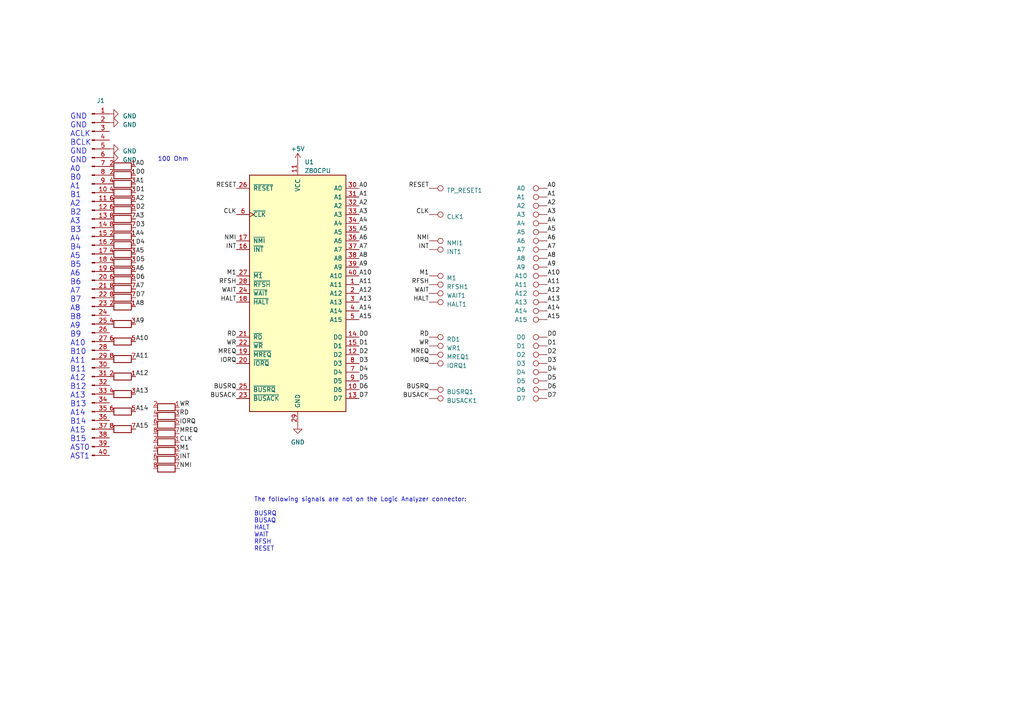
<source format=kicad_sch>
(kicad_sch (version 20230121) (generator eeschema)
  (paper "A4")
  (lib_symbols
    (symbol "CPU:Z80CPU" (pin_names (offset 1.016))
      (property "Reference" "U" (at -13.97 35.56 0))
      (property "Value" "Z80CPU" (at 6.35 35.56 0))
      (symbol "Z80CPU_0_1"
        (rectangle (start -13.97 34.29) (end 13.97 -34.29) (stroke (width 0.254)) (fill (type background)))
      )
      (symbol "Z80CPU_1_1"
        (pin output line (at 17.78 2.54 180) (length 3.81) (name "A11") (number "1"))
        (pin bidirectional line (at 17.78 -27.94 180) (length 3.81) (name "D6") (number "10"))
        (pin power_in line (at 0 38.1 270) (length 3.81) (name "VCC") (number "11"))
        (pin bidirectional line (at 17.78 -17.78 180) (length 3.81) (name "D2") (number "12"))
        (pin bidirectional line (at 17.78 -30.48 180) (length 3.81) (name "D7") (number "13"))
        (pin bidirectional line (at 17.78 -12.7 180) (length 3.81) (name "D0") (number "14"))
        (pin bidirectional line (at 17.78 -15.24 180) (length 3.81) (name "D1") (number "15"))
        (pin input line (at -17.78 12.7 0) (length 3.81) (name "~{INT}") (number "16"))
        (pin input line (at -17.78 15.24 0) (length 3.81) (name "~{NMI}") (number "17"))
        (pin output line (at -17.78 -2.54 0) (length 3.81) (name "~{HALT}") (number "18"))
        (pin output line (at -17.78 -17.78 0) (length 3.81) (name "~{MREQ}") (number "19"))
        (pin output line (at 17.78 0 180) (length 3.81) (name "A12") (number "2"))
        (pin output line (at -17.78 -20.32 0) (length 3.81) (name "~{IORQ}") (number "20"))
        (pin output line (at -17.78 -12.7 0) (length 3.81) (name "~{RD}") (number "21"))
        (pin output line (at -17.78 -15.24 0) (length 3.81) (name "~{WR}") (number "22"))
        (pin output line (at -17.78 -30.48 0) (length 3.81) (name "~{BUSACK}") (number "23"))
        (pin input line (at -17.78 0 0) (length 3.81) (name "~{WAIT}") (number "24"))
        (pin input line (at -17.78 -27.94 0) (length 3.81) (name "~{BUSRQ}") (number "25"))
        (pin input line (at -17.78 30.48 0) (length 3.81) (name "~{RESET}") (number "26"))
        (pin output line (at -17.78 5.08 0) (length 3.81) (name "~{M1}") (number "27"))
        (pin output line (at -17.78 2.54 0) (length 3.81) (name "~{RFSH}") (number "28"))
        (pin power_in line (at 0 -38.1 90) (length 3.81) (name "GND") (number "29"))
        (pin output line (at 17.78 -2.54 180) (length 3.81) (name "A13") (number "3"))
        (pin output line (at 17.78 30.48 180) (length 3.81) (name "A0") (number "30"))
        (pin output line (at 17.78 27.94 180) (length 3.81) (name "A1") (number "31"))
        (pin output line (at 17.78 25.4 180) (length 3.81) (name "A2") (number "32"))
        (pin output line (at 17.78 22.86 180) (length 3.81) (name "A3") (number "33"))
        (pin output line (at 17.78 20.32 180) (length 3.81) (name "A4") (number "34"))
        (pin output line (at 17.78 17.78 180) (length 3.81) (name "A5") (number "35"))
        (pin output line (at 17.78 15.24 180) (length 3.81) (name "A6") (number "36"))
        (pin output line (at 17.78 12.7 180) (length 3.81) (name "A7") (number "37"))
        (pin output line (at 17.78 10.16 180) (length 3.81) (name "A8") (number "38"))
        (pin output line (at 17.78 7.62 180) (length 3.81) (name "A9") (number "39"))
        (pin output line (at 17.78 -5.08 180) (length 3.81) (name "A14") (number "4"))
        (pin output line (at 17.78 5.08 180) (length 3.81) (name "A10") (number "40"))
        (pin output line (at 17.78 -7.62 180) (length 3.81) (name "A15") (number "5"))
        (pin input clock (at -17.78 22.86 0) (length 3.81) (name "~{CLK}") (number "6"))
        (pin bidirectional line (at 17.78 -22.86 180) (length 3.81) (name "D4") (number "7"))
        (pin bidirectional line (at 17.78 -20.32 180) (length 3.81) (name "D3") (number "8"))
        (pin bidirectional line (at 17.78 -25.4 180) (length 3.81) (name "D5") (number "9"))
      )
    )
    (symbol "Connector:Conn_01x40_Pin" (pin_names (offset 1.016) hide)
      (property "Reference" "J" (at 0 50.8 0))
      (property "Value" "Conn_01x40_Pin" (at 0 -53.34 0))
      (symbol "Conn_01x40_Pin_1_1"
        (polyline (pts (xy 1.27 -50.8) (xy 0.8636 -50.8)) (stroke (width 0.1524)))
        (polyline (pts (xy 1.27 -48.26) (xy 0.8636 -48.26)) (stroke (width 0.1524)))
        (polyline (pts (xy 1.27 -45.72) (xy 0.8636 -45.72)) (stroke (width 0.1524)))
        (polyline (pts (xy 1.27 -43.18) (xy 0.8636 -43.18)) (stroke (width 0.1524)))
        (polyline (pts (xy 1.27 -40.64) (xy 0.8636 -40.64)) (stroke (width 0.1524)))
        (polyline (pts (xy 1.27 -38.1) (xy 0.8636 -38.1)) (stroke (width 0.1524)))
        (polyline (pts (xy 1.27 -35.56) (xy 0.8636 -35.56)) (stroke (width 0.1524)))
        (polyline (pts (xy 1.27 -33.02) (xy 0.8636 -33.02)) (stroke (width 0.1524)))
        (polyline (pts (xy 1.27 -30.48) (xy 0.8636 -30.48)) (stroke (width 0.1524)))
        (polyline (pts (xy 1.27 -27.94) (xy 0.8636 -27.94)) (stroke (width 0.1524)))
        (polyline (pts (xy 1.27 -25.4) (xy 0.8636 -25.4)) (stroke (width 0.1524)))
        (polyline (pts (xy 1.27 -22.86) (xy 0.8636 -22.86)) (stroke (width 0.1524)))
        (polyline (pts (xy 1.27 -20.32) (xy 0.8636 -20.32)) (stroke (width 0.1524)))
        (polyline (pts (xy 1.27 -17.78) (xy 0.8636 -17.78)) (stroke (width 0.1524)))
        (polyline (pts (xy 1.27 -15.24) (xy 0.8636 -15.24)) (stroke (width 0.1524)))
        (polyline (pts (xy 1.27 -12.7) (xy 0.8636 -12.7)) (stroke (width 0.1524)))
        (polyline (pts (xy 1.27 -10.16) (xy 0.8636 -10.16)) (stroke (width 0.1524)))
        (polyline (pts (xy 1.27 -7.62) (xy 0.8636 -7.62)) (stroke (width 0.1524)))
        (polyline (pts (xy 1.27 -5.08) (xy 0.8636 -5.08)) (stroke (width 0.1524)))
        (polyline (pts (xy 1.27 -2.54) (xy 0.8636 -2.54)) (stroke (width 0.1524)))
        (polyline (pts (xy 1.27 0) (xy 0.8636 0)) (stroke (width 0.1524)))
        (polyline (pts (xy 1.27 2.54) (xy 0.8636 2.54)) (stroke (width 0.1524)))
        (polyline (pts (xy 1.27 5.08) (xy 0.8636 5.08)) (stroke (width 0.1524)))
        (polyline (pts (xy 1.27 7.62) (xy 0.8636 7.62)) (stroke (width 0.1524)))
        (polyline (pts (xy 1.27 10.16) (xy 0.8636 10.16)) (stroke (width 0.1524)))
        (polyline (pts (xy 1.27 12.7) (xy 0.8636 12.7)) (stroke (width 0.1524)))
        (polyline (pts (xy 1.27 15.24) (xy 0.8636 15.24)) (stroke (width 0.1524)))
        (polyline (pts (xy 1.27 17.78) (xy 0.8636 17.78)) (stroke (width 0.1524)))
        (polyline (pts (xy 1.27 20.32) (xy 0.8636 20.32)) (stroke (width 0.1524)))
        (polyline (pts (xy 1.27 22.86) (xy 0.8636 22.86)) (stroke (width 0.1524)))
        (polyline (pts (xy 1.27 25.4) (xy 0.8636 25.4)) (stroke (width 0.1524)))
        (polyline (pts (xy 1.27 27.94) (xy 0.8636 27.94)) (stroke (width 0.1524)))
        (polyline (pts (xy 1.27 30.48) (xy 0.8636 30.48)) (stroke (width 0.1524)))
        (polyline (pts (xy 1.27 33.02) (xy 0.8636 33.02)) (stroke (width 0.1524)))
        (polyline (pts (xy 1.27 35.56) (xy 0.8636 35.56)) (stroke (width 0.1524)))
        (polyline (pts (xy 1.27 38.1) (xy 0.8636 38.1)) (stroke (width 0.1524)))
        (polyline (pts (xy 1.27 40.64) (xy 0.8636 40.64)) (stroke (width 0.1524)))
        (polyline (pts (xy 1.27 43.18) (xy 0.8636 43.18)) (stroke (width 0.1524)))
        (polyline (pts (xy 1.27 45.72) (xy 0.8636 45.72)) (stroke (width 0.1524)))
        (polyline (pts (xy 1.27 48.26) (xy 0.8636 48.26)) (stroke (width 0.1524)))
        (rectangle (start 0.8636 -50.673) (end 0 -50.927) (stroke (width 0.1524)) (fill (type outline)))
        (rectangle (start 0.8636 -48.133) (end 0 -48.387) (stroke (width 0.1524)) (fill (type outline)))
        (rectangle (start 0.8636 -45.593) (end 0 -45.847) (stroke (width 0.1524)) (fill (type outline)))
        (rectangle (start 0.8636 -43.053) (end 0 -43.307) (stroke (width 0.1524)) (fill (type outline)))
        (rectangle (start 0.8636 -40.513) (end 0 -40.767) (stroke (width 0.1524)) (fill (type outline)))
        (rectangle (start 0.8636 -37.973) (end 0 -38.227) (stroke (width 0.1524)) (fill (type outline)))
        (rectangle (start 0.8636 -35.433) (end 0 -35.687) (stroke (width 0.1524)) (fill (type outline)))
        (rectangle (start 0.8636 -32.893) (end 0 -33.147) (stroke (width 0.1524)) (fill (type outline)))
        (rectangle (start 0.8636 -30.353) (end 0 -30.607) (stroke (width 0.1524)) (fill (type outline)))
        (rectangle (start 0.8636 -27.813) (end 0 -28.067) (stroke (width 0.1524)) (fill (type outline)))
        (rectangle (start 0.8636 -25.273) (end 0 -25.527) (stroke (width 0.1524)) (fill (type outline)))
        (rectangle (start 0.8636 -22.733) (end 0 -22.987) (stroke (width 0.1524)) (fill (type outline)))
        (rectangle (start 0.8636 -20.193) (end 0 -20.447) (stroke (width 0.1524)) (fill (type outline)))
        (rectangle (start 0.8636 -17.653) (end 0 -17.907) (stroke (width 0.1524)) (fill (type outline)))
        (rectangle (start 0.8636 -15.113) (end 0 -15.367) (stroke (width 0.1524)) (fill (type outline)))
        (rectangle (start 0.8636 -12.573) (end 0 -12.827) (stroke (width 0.1524)) (fill (type outline)))
        (rectangle (start 0.8636 -10.033) (end 0 -10.287) (stroke (width 0.1524)) (fill (type outline)))
        (rectangle (start 0.8636 -7.493) (end 0 -7.747) (stroke (width 0.1524)) (fill (type outline)))
        (rectangle (start 0.8636 -4.953) (end 0 -5.207) (stroke (width 0.1524)) (fill (type outline)))
        (rectangle (start 0.8636 -2.413) (end 0 -2.667) (stroke (width 0.1524)) (fill (type outline)))
        (rectangle (start 0.8636 0.127) (end 0 -0.127) (stroke (width 0.1524)) (fill (type outline)))
        (rectangle (start 0.8636 2.667) (end 0 2.413) (stroke (width 0.1524)) (fill (type outline)))
        (rectangle (start 0.8636 5.207) (end 0 4.953) (stroke (width 0.1524)) (fill (type outline)))
        (rectangle (start 0.8636 7.747) (end 0 7.493) (stroke (width 0.1524)) (fill (type outline)))
        (rectangle (start 0.8636 10.287) (end 0 10.033) (stroke (width 0.1524)) (fill (type outline)))
        (rectangle (start 0.8636 12.827) (end 0 12.573) (stroke (width 0.1524)) (fill (type outline)))
        (rectangle (start 0.8636 15.367) (end 0 15.113) (stroke (width 0.1524)) (fill (type outline)))
        (rectangle (start 0.8636 17.907) (end 0 17.653) (stroke (width 0.1524)) (fill (type outline)))
        (rectangle (start 0.8636 20.447) (end 0 20.193) (stroke (width 0.1524)) (fill (type outline)))
        (rectangle (start 0.8636 22.987) (end 0 22.733) (stroke (width 0.1524)) (fill (type outline)))
        (rectangle (start 0.8636 25.527) (end 0 25.273) (stroke (width 0.1524)) (fill (type outline)))
        (rectangle (start 0.8636 28.067) (end 0 27.813) (stroke (width 0.1524)) (fill (type outline)))
        (rectangle (start 0.8636 30.607) (end 0 30.353) (stroke (width 0.1524)) (fill (type outline)))
        (rectangle (start 0.8636 33.147) (end 0 32.893) (stroke (width 0.1524)) (fill (type outline)))
        (rectangle (start 0.8636 35.687) (end 0 35.433) (stroke (width 0.1524)) (fill (type outline)))
        (rectangle (start 0.8636 38.227) (end 0 37.973) (stroke (width 0.1524)) (fill (type outline)))
        (rectangle (start 0.8636 40.767) (end 0 40.513) (stroke (width 0.1524)) (fill (type outline)))
        (rectangle (start 0.8636 43.307) (end 0 43.053) (stroke (width 0.1524)) (fill (type outline)))
        (rectangle (start 0.8636 45.847) (end 0 45.593) (stroke (width 0.1524)) (fill (type outline)))
        (rectangle (start 0.8636 48.387) (end 0 48.133) (stroke (width 0.1524)) (fill (type outline)))
        (pin passive line (at 5.08 48.26 180) (length 3.81) (name "Pin_1") (number "1"))
        (pin passive line (at 5.08 25.4 180) (length 3.81) (name "Pin_10") (number "10"))
        (pin passive line (at 5.08 22.86 180) (length 3.81) (name "Pin_11") (number "11"))
        (pin passive line (at 5.08 20.32 180) (length 3.81) (name "Pin_12") (number "12"))
        (pin passive line (at 5.08 17.78 180) (length 3.81) (name "Pin_13") (number "13"))
        (pin passive line (at 5.08 15.24 180) (length 3.81) (name "Pin_14") (number "14"))
        (pin passive line (at 5.08 12.7 180) (length 3.81) (name "Pin_15") (number "15"))
        (pin passive line (at 5.08 10.16 180) (length 3.81) (name "Pin_16") (number "16"))
        (pin passive line (at 5.08 7.62 180) (length 3.81) (name "Pin_17") (number "17"))
        (pin passive line (at 5.08 5.08 180) (length 3.81) (name "Pin_18") (number "18"))
        (pin passive line (at 5.08 2.54 180) (length 3.81) (name "Pin_19") (number "19"))
        (pin passive line (at 5.08 45.72 180) (length 3.81) (name "Pin_2") (number "2"))
        (pin passive line (at 5.08 0 180) (length 3.81) (name "Pin_20") (number "20"))
        (pin passive line (at 5.08 -2.54 180) (length 3.81) (name "Pin_21") (number "21"))
        (pin passive line (at 5.08 -5.08 180) (length 3.81) (name "Pin_22") (number "22"))
        (pin passive line (at 5.08 -7.62 180) (length 3.81) (name "Pin_23") (number "23"))
        (pin passive line (at 5.08 -10.16 180) (length 3.81) (name "Pin_24") (number "24"))
        (pin passive line (at 5.08 -12.7 180) (length 3.81) (name "Pin_25") (number "25"))
        (pin passive line (at 5.08 -15.24 180) (length 3.81) (name "Pin_26") (number "26"))
        (pin passive line (at 5.08 -17.78 180) (length 3.81) (name "Pin_27") (number "27"))
        (pin passive line (at 5.08 -20.32 180) (length 3.81) (name "Pin_28") (number "28"))
        (pin passive line (at 5.08 -22.86 180) (length 3.81) (name "Pin_29") (number "29"))
        (pin passive line (at 5.08 43.18 180) (length 3.81) (name "Pin_3") (number "3"))
        (pin passive line (at 5.08 -25.4 180) (length 3.81) (name "Pin_30") (number "30"))
        (pin passive line (at 5.08 -27.94 180) (length 3.81) (name "Pin_31") (number "31"))
        (pin passive line (at 5.08 -30.48 180) (length 3.81) (name "Pin_32") (number "32"))
        (pin passive line (at 5.08 -33.02 180) (length 3.81) (name "Pin_33") (number "33"))
        (pin passive line (at 5.08 -35.56 180) (length 3.81) (name "Pin_34") (number "34"))
        (pin passive line (at 5.08 -38.1 180) (length 3.81) (name "Pin_35") (number "35"))
        (pin passive line (at 5.08 -40.64 180) (length 3.81) (name "Pin_36") (number "36"))
        (pin passive line (at 5.08 -43.18 180) (length 3.81) (name "Pin_37") (number "37"))
        (pin passive line (at 5.08 -45.72 180) (length 3.81) (name "Pin_38") (number "38"))
        (pin passive line (at 5.08 -48.26 180) (length 3.81) (name "Pin_39") (number "39"))
        (pin passive line (at 5.08 40.64 180) (length 3.81) (name "Pin_4") (number "4"))
        (pin passive line (at 5.08 -50.8 180) (length 3.81) (name "Pin_40") (number "40"))
        (pin passive line (at 5.08 38.1 180) (length 3.81) (name "Pin_5") (number "5"))
        (pin passive line (at 5.08 35.56 180) (length 3.81) (name "Pin_6") (number "6"))
        (pin passive line (at 5.08 33.02 180) (length 3.81) (name "Pin_7") (number "7"))
        (pin passive line (at 5.08 30.48 180) (length 3.81) (name "Pin_8") (number "8"))
        (pin passive line (at 5.08 27.94 180) (length 3.81) (name "Pin_9") (number "9"))
      )
    )
    (symbol "Connector:TestPoint" (pin_numbers hide) (pin_names (offset 0.762) hide)
      (property "Reference" "TP" (at 0 6.858 0))
      (property "Value" "TestPoint" (at 0 5.08 0))
      (symbol "TestPoint_0_1"
        (circle (center 0 3.302) (radius 0.762))
      )
      (symbol "TestPoint_1_1"
        (pin passive line (at 0 0 90) (length 2.54) (name "1") (number "1"))
      )
    )
    (symbol "Device:R_Pack04_SIP_Split" (pin_names (offset 0) hide)
      (property "Reference" "RN" (at 2.032 0 90))
      (property "Value" "R_Pack04_SIP_Split" (at 0 0 90))
      (symbol "R_Pack04_SIP_Split_0_1"
        (rectangle (start 1.016 2.54) (end -1.016 -2.54) (stroke (width 0.254)))
      )
      (symbol "R_Pack04_SIP_Split_1_1"
        (pin passive line (at 0 -3.81 90) (length 1.27) (name "R1.1") (number "1"))
        (pin passive line (at 0 3.81 270) (length 1.27) (name "R1.2") (number "2"))
      )
      (symbol "R_Pack04_SIP_Split_2_1"
        (pin passive line (at 0 -3.81 90) (length 1.27) (name "R2.1") (number "3"))
        (pin passive line (at 0 3.81 270) (length 1.27) (name "R2.2") (number "4"))
      )
      (symbol "R_Pack04_SIP_Split_3_1"
        (pin passive line (at 0 -3.81 90) (length 1.27) (name "R3.1") (number "5"))
        (pin passive line (at 0 3.81 270) (length 1.27) (name "R3.2") (number "6"))
      )
      (symbol "R_Pack04_SIP_Split_4_1"
        (pin passive line (at 0 -3.81 90) (length 1.27) (name "R4.1") (number "7"))
        (pin passive line (at 0 3.81 270) (length 1.27) (name "R4.2") (number "8"))
      )
    )
    (symbol "power:+5V" (power) (pin_names (offset 0))
      (property "Value" "+5V" (at 0 3.556 0))
      (symbol "+5V_0_1"
        (polyline (pts (xy -0.762 1.27) (xy 0 2.54)))
        (polyline (pts (xy 0 0) (xy 0 2.54)))
        (polyline (pts (xy 0 2.54) (xy 0.762 1.27)))
      )
      (symbol "+5V_1_1"
        (pin power_in line (at 0 0 90) (length 0) hide (name "+5V") (number "1"))
      )
    )
    (symbol "power:GND" (power) (pin_names (offset 0))
      (property "Value" "GND" (at 0 -3.81 0))
      (symbol "GND_0_1"
        (polyline (pts (xy 0 0) (xy 0 -1.27) (xy 1.27 -1.27) (xy 0 -2.54) (xy -1.27 -1.27) (xy 0 -1.27)))
      )
      (symbol "GND_1_1"
        (pin power_in line (at 0 0 270) (length 0) hide (name "GND") (number "1"))
      )
    )
  )
  (text "100 Ohm" (at 45.72 46.99 0) (effects (font (size 1.27 1.27)) (justify left bottom)))
  (text "The following signals are not on the Logic Analyzer connector:\n\nBUSRQ\nBUSAQ\nHALT\nWAIT\nRFSH\nRESET\n" (at 73.66 160.02 0) (effects (font (size 1.27 1.27)) (justify left bottom)))
  (text "GND\nGND\nACLK\nBCLK\nGND\nGND\nA0\nB0\nA1\nB1\nA2\nB2\nA3\nB3\nA4\nB4\nA5\nB5\nA6\nB6\nA7\nB7\nA8\nB8\nA9\nB9\nA10\nB10\nA11\nB11\nA12\nB12\nA13\nB13\nA14\nB14\nA15\nB15\nAST0\nAST1\n" (at 20.32 133.35 0) (effects (font (size 1.57 1.57)) (justify left bottom)))
  (label "RESET" (at 124.46 54.61 180))
  (label "NMI" (at 52.07 135.89 0))
  (label "A3" (at 158.75 62.23 0))
  (label "A1" (at 158.75 57.15 0))
  (label "WR" (at 68.58 100.33 180))
  (label "CLK" (at 52.07 128.27 0))
  (label "A8" (at 39.37 88.9 0))
  (label "D3" (at 104.14 105.41 0))
  (label "IORQ" (at 68.58 105.41 180))
  (label "MREQ" (at 68.58 102.87 180))
  (label "D1" (at 104.14 100.33 0))
  (label "BUSACK" (at 124.46 115.57 180))
  (label "D0" (at 104.14 97.79 0))
  (label "BUSRQ" (at 68.58 113.03 180))
  (label "A13" (at 158.75 87.63 0))
  (label "D4" (at 158.75 107.95 0))
  (label "D2" (at 104.14 102.87 0))
  (label "A0" (at 39.37 48.26 0))
  (label "INT" (at 68.58 72.39 180))
  (label "MREQ" (at 124.46 102.87 180))
  (label "HALT" (at 68.58 87.63 180))
  (label "A12" (at 104.14 85.09 0))
  (label "NMI" (at 124.46 69.85 180))
  (label "A5" (at 158.75 67.31 0))
  (label "A15" (at 104.14 92.71 0))
  (label "A7" (at 158.75 72.39 0))
  (label "A12" (at 39.37 109.22 0))
  (label "HALT" (at 124.46 87.63 180))
  (label "RESET" (at 68.58 54.61 180))
  (label "D5" (at 104.14 110.49 0))
  (label "A0" (at 158.75 54.61 0))
  (label "D3" (at 158.75 105.41 0))
  (label "D0" (at 158.75 97.79 0))
  (label "A15" (at 39.37 124.46 0))
  (label "RD" (at 52.07 120.65 0))
  (label "INT" (at 124.46 72.39 180))
  (label "A6" (at 158.75 69.85 0))
  (label "A1" (at 39.37 53.34 0))
  (label "A8" (at 158.75 74.93 0))
  (label "RFSH" (at 124.46 82.55 180))
  (label "D5" (at 39.37 76.2 0))
  (label "D1" (at 158.75 100.33 0))
  (label "A11" (at 158.75 82.55 0))
  (label "A11" (at 39.37 104.14 0))
  (label "A4" (at 104.14 64.77 0))
  (label "A14" (at 39.37 119.38 0))
  (label "A9" (at 158.75 77.47 0))
  (label "D7" (at 39.37 86.36 0))
  (label "A10" (at 104.14 80.01 0))
  (label "A4" (at 39.37 68.58 0))
  (label "WAIT" (at 124.46 85.09 180))
  (label "A6" (at 39.37 78.74 0))
  (label "A3" (at 39.37 63.5 0))
  (label "A7" (at 39.37 83.82 0))
  (label "A9" (at 39.37 93.98 0))
  (label "M1" (at 52.07 130.81 0))
  (label "D5" (at 158.75 110.49 0))
  (label "BUSACK" (at 68.58 115.57 180))
  (label "A2" (at 104.14 59.69 0))
  (label "A15" (at 158.75 92.71 0))
  (label "A11" (at 104.14 82.55 0))
  (label "IORQ" (at 124.46 105.41 180))
  (label "WAIT" (at 68.58 85.09 180))
  (label "CLK" (at 68.58 62.23 180))
  (label "A14" (at 158.75 90.17 0))
  (label "D6" (at 104.14 113.03 0))
  (label "A2" (at 39.37 58.42 0))
  (label "A5" (at 39.37 73.66 0))
  (label "WR" (at 124.46 100.33 180))
  (label "BUSRQ" (at 124.46 113.03 180))
  (label "D2" (at 39.37 60.96 0))
  (label "A6" (at 104.14 69.85 0))
  (label "D3" (at 39.37 66.04 0))
  (label "NMI" (at 68.58 69.85 180))
  (label "D1" (at 39.37 55.88 0))
  (label "D2" (at 158.75 102.87 0))
  (label "RFSH" (at 68.58 82.55 180))
  (label "A13" (at 104.14 87.63 0))
  (label "A2" (at 158.75 59.69 0))
  (label "A5" (at 104.14 67.31 0))
  (label "A8" (at 104.14 74.93 0))
  (label "RD" (at 124.46 97.79 180))
  (label "MREQ" (at 52.07 125.73 0))
  (label "RD" (at 68.58 97.79 180))
  (label "A4" (at 158.75 64.77 0))
  (label "D7" (at 104.14 115.57 0))
  (label "A10" (at 39.37 99.06 0))
  (label "M1" (at 124.46 80.01 180))
  (label "D7" (at 158.75 115.57 0))
  (label "CLK" (at 124.46 62.23 180))
  (label "A7" (at 104.14 72.39 0))
  (label "D4" (at 104.14 107.95 0))
  (label "D0" (at 39.37 50.8 0))
  (label "A9" (at 104.14 77.47 0))
  (label "A13" (at 39.37 114.3 0))
  (label "IORQ" (at 52.07 123.19 0))
  (label "D6" (at 158.75 113.03 0))
  (label "D4" (at 39.37 71.12 0))
  (label "WR" (at 52.07 118.11 0))
  (label "A0" (at 104.14 54.61 0))
  (label "A1" (at 104.14 57.15 0))
  (label "A14" (at 104.14 90.17 0))
  (label "M1" (at 68.58 80.01 180))
  (label "A10" (at 158.75 80.01 0))
  (label "INT" (at 52.07 133.35 0))
  (label "A3" (at 104.14 62.23 0))
  (label "A12" (at 158.75 85.09 0))
  (label "D6" (at 39.37 81.28 0))
  (symbol (lib_id "Device:R_Pack04_SIP_Split") (at 35.56 104.14 90) (unit 4)
    (property "Reference" "RN3" (effects hide))
    (property "Value" "R_Pack04_SIP_Split" (effects hide))
    (property "Footprint" "Resistor_SMD:R_Array_Convex_4x0603" (effects hide))
    (property "Datasheet" "http://www.vishay.com/docs/31509/csc.pdf" (effects hide))
  )
  (symbol (lib_id "Connector:TestPoint") (at 124.46 85.09 270) (unit 1)
    (property "Reference" "WAIT1" (at 129.54 85.725 90) (effects (justify left)))
    (property "Value" "TestPoint" (effects hide))
    (property "Footprint" "TestPoint:TestPoint_Loop_D1.80mm_Drill1.0mm_Beaded" (effects hide))
  )
  (symbol (lib_id "Device:R_Pack04_SIP_Split") (at 35.56 99.06 90) (unit 3)
    (property "Reference" "RN3" (effects hide))
    (property "Value" "R_Pack04_SIP_Split" (effects hide))
    (property "Footprint" "Resistor_SMD:R_Array_Convex_4x0603" (effects hide))
    (property "Datasheet" "http://www.vishay.com/docs/31509/csc.pdf" (effects hide))
  )
  (symbol (lib_id "Device:R_Pack04_SIP_Split") (at 35.56 50.8 90) (unit 1)
    (property "Reference" "RN5" (effects hide))
    (property "Value" "R_Pack04_SIP_Split" (effects hide))
    (property "Footprint" "Resistor_SMD:R_Array_Convex_4x0603" (effects hide))
    (property "Datasheet" "http://www.vishay.com/docs/31509/csc.pdf" (effects hide))
  )
  (symbol (lib_id "Device:R_Pack04_SIP_Split") (at 48.26 123.19 90) (unit 3)
    (property "Reference" "RN7" (effects hide))
    (property "Value" "R_Pack04_SIP_Split" (effects hide))
    (property "Footprint" "Resistor_SMD:R_Array_Convex_4x0603" (effects hide))
    (property "Datasheet" "http://www.vishay.com/docs/31509/csc.pdf" (effects hide))
  )
  (symbol (lib_id "Device:R_Pack04_SIP_Split") (at 35.56 109.22 90) (unit 1)
    (property "Reference" "RN4" (effects hide))
    (property "Value" "R_Pack04_SIP_Split" (effects hide))
    (property "Footprint" "Resistor_SMD:R_Array_Convex_4x0603" (effects hide))
    (property "Datasheet" "http://www.vishay.com/docs/31509/csc.pdf" (effects hide))
  )
  (symbol (lib_id "Connector:TestPoint") (at 158.75 92.71 90) (unit 1)
    (property "Reference" "A15" (at 151.13 92.71 90))
    (property "Value" "TestPoint" (effects hide))
    (property "Footprint" "TestPoint:TestPoint_Loop_D1.80mm_Drill1.0mm_Beaded" (effects hide))
  )
  (symbol (lib_id "Device:R_Pack04_SIP_Split") (at 35.56 73.66 90) (unit 2)
    (property "Reference" "RN1" (effects hide))
    (property "Value" "R_Pack04_SIP_Split" (effects hide))
    (property "Footprint" "Resistor_SMD:R_Array_Convex_4x0603" (effects hide))
    (property "Datasheet" "http://www.vishay.com/docs/31509/csc.pdf" (effects hide))
  )
  (symbol (lib_id "Device:R_Pack04_SIP_Split") (at 35.56 60.96 90) (unit 3)
    (property "Reference" "RN5" (effects hide))
    (property "Value" "R_Pack04_SIP_Split" (effects hide))
    (property "Footprint" "Resistor_SMD:R_Array_Convex_4x0603" (effects hide))
    (property "Datasheet" "http://www.vishay.com/docs/31509/csc.pdf" (effects hide))
  )
  (symbol (lib_id "Device:R_Pack04_SIP_Split") (at 35.56 71.12 90) (unit 1)
    (property "Reference" "RN6" (effects hide))
    (property "Value" "R_Pack04_SIP_Split" (effects hide))
    (property "Footprint" "Resistor_SMD:R_Array_Convex_4x0603" (effects hide))
    (property "Datasheet" "http://www.vishay.com/docs/31509/csc.pdf" (effects hide))
  )
  (symbol (lib_id "Connector:TestPoint") (at 158.75 54.61 90) (unit 1)
    (property "Reference" "A0" (at 151.13 54.61 90))
    (property "Value" "TestPoint" (effects hide))
    (property "Footprint" "TestPoint:TestPoint_Loop_D1.80mm_Drill1.0mm_Beaded" (effects hide))
  )
  (symbol (lib_id "Connector:TestPoint") (at 124.46 105.41 270) (unit 1)
    (property "Reference" "IORQ1" (at 129.54 106.045 90) (effects (justify left)))
    (property "Value" "TestPoint" (effects hide))
    (property "Footprint" "TestPoint:TestPoint_Loop_D1.80mm_Drill1.0mm_Beaded" (effects hide))
  )
  (symbol (lib_id "Connector:TestPoint") (at 158.75 74.93 90) (unit 1)
    (property "Reference" "A8" (at 151.13 74.93 90))
    (property "Value" "TestPoint" (effects hide))
    (property "Footprint" "TestPoint:TestPoint_Loop_D1.80mm_Drill1.0mm_Beaded" (effects hide))
  )
  (symbol (lib_id "Connector:TestPoint") (at 124.46 72.39 270) (unit 1)
    (property "Reference" "INT1" (at 129.54 73.025 90) (effects (justify left)))
    (property "Value" "TestPoint" (effects hide))
    (property "Footprint" "TestPoint:TestPoint_Loop_D1.80mm_Drill1.0mm_Beaded" (effects hide))
  )
  (symbol (lib_id "Connector:TestPoint") (at 124.46 115.57 270) (unit 1)
    (property "Reference" "BUSACK1" (at 129.54 116.205 90) (effects (justify left)))
    (property "Value" "TestPoint" (effects hide))
    (property "Footprint" "TestPoint:TestPoint_Loop_D1.80mm_Drill1.0mm_Beaded" (effects hide))
  )
  (symbol (lib_id "Device:R_Pack04_SIP_Split") (at 35.56 83.82 90) (unit 4)
    (property "Reference" "RN1" (effects hide))
    (property "Value" "R_Pack04_SIP_Split" (effects hide))
    (property "Footprint" "Resistor_SMD:R_Array_Convex_4x0603" (effects hide))
    (property "Datasheet" "http://www.vishay.com/docs/31509/csc.pdf" (effects hide))
  )
  (symbol (lib_id "Device:R_Pack04_SIP_Split") (at 48.26 118.11 90) (unit 1)
    (property "Reference" "RN7" (effects hide))
    (property "Value" "R_Pack04_SIP_Split" (effects hide))
    (property "Footprint" "Resistor_SMD:R_Array_Convex_4x0603" (effects hide))
    (property "Datasheet" "http://www.vishay.com/docs/31509/csc.pdf" (effects hide))
  )
  (symbol (lib_id "Device:R_Pack04_SIP_Split") (at 48.26 128.27 90) (unit 1)
    (property "Reference" "RN8" (effects hide))
    (property "Value" "R_Pack04_SIP_Split" (effects hide))
    (property "Footprint" "Resistor_SMD:R_Array_Convex_4x0603" (effects hide))
    (property "Datasheet" "http://www.vishay.com/docs/31509/csc.pdf" (effects hide))
  )
  (symbol (lib_id "Connector:TestPoint") (at 158.75 107.95 90) (unit 1)
    (property "Reference" "D4" (at 151.13 107.95 90))
    (property "Value" "TestPoint" (effects hide))
    (property "Footprint" "TestPoint:TestPoint_Loop_D1.80mm_Drill1.0mm_Beaded" (effects hide))
  )
  (symbol (lib_id "Connector:TestPoint") (at 124.46 102.87 270) (unit 1)
    (property "Reference" "MREQ1" (at 129.54 103.505 90) (effects (justify left)))
    (property "Value" "TestPoint" (effects hide))
    (property "Footprint" "TestPoint:TestPoint_Loop_D1.80mm_Drill1.0mm_Beaded" (effects hide))
  )
  (symbol (lib_id "Connector:TestPoint") (at 158.75 77.47 90) (unit 1)
    (property "Reference" "A9" (at 151.13 77.47 90))
    (property "Value" "TestPoint" (effects hide))
    (property "Footprint" "TestPoint:TestPoint_Loop_D1.80mm_Drill1.0mm_Beaded" (effects hide))
  )
  (symbol (lib_id "Connector:TestPoint") (at 158.75 57.15 90) (unit 1)
    (property "Reference" "A1" (at 151.13 57.15 90))
    (property "Value" "TestPoint" (effects hide))
    (property "Footprint" "TestPoint:TestPoint_Loop_D1.80mm_Drill1.0mm_Beaded" (effects hide))
  )
  (symbol (lib_id "power:+5V") (at 86.36 46.99 0) (unit 1)
    (property "Reference" "#PWR02" (effects hide))
    (property "Value" "+5V" (at 86.36 43.18 0))
  )
  (symbol (lib_id "Device:R_Pack04_SIP_Split") (at 35.56 66.04 90) (unit 4)
    (property "Reference" "RN5" (effects hide))
    (property "Value" "R_Pack04_SIP_Split" (effects hide))
    (property "Footprint" "Resistor_SMD:R_Array_Convex_4x0603" (effects hide))
    (property "Datasheet" "http://www.vishay.com/docs/31509/csc.pdf" (effects hide))
  )
  (symbol (lib_id "Connector:TestPoint") (at 124.46 82.55 270) (unit 1)
    (property "Reference" "RFSH1" (at 129.54 83.185 90) (effects (justify left)))
    (property "Value" "TestPoint" (effects hide))
    (property "Footprint" "TestPoint:TestPoint_Loop_D1.80mm_Drill1.0mm_Beaded" (effects hide))
  )
  (symbol (lib_id "Connector:TestPoint") (at 158.75 59.69 90) (unit 1)
    (property "Reference" "A2" (at 151.13 59.69 90))
    (property "Value" "TestPoint" (effects hide))
    (property "Footprint" "TestPoint:TestPoint_Loop_D1.80mm_Drill1.0mm_Beaded" (effects hide))
  )
  (symbol (lib_id "Device:R_Pack04_SIP_Split") (at 48.26 120.65 90) (unit 2)
    (property "Reference" "RN7" (effects hide))
    (property "Value" "R_Pack04_SIP_Split" (effects hide))
    (property "Footprint" "Resistor_SMD:R_Array_Convex_4x0603" (effects hide))
    (property "Datasheet" "http://www.vishay.com/docs/31509/csc.pdf" (effects hide))
  )
  (symbol (lib_id "Device:R_Pack04_SIP_Split") (at 35.56 58.42 90) (unit 3)
    (property "Reference" "RN2" (effects hide))
    (property "Value" "R_Pack04_SIP_Split" (effects hide))
    (property "Footprint" "Resistor_SMD:R_Array_Convex_4x0603" (effects hide))
    (property "Datasheet" "http://www.vishay.com/docs/31509/csc.pdf" (effects hide))
  )
  (symbol (lib_id "Connector:TestPoint") (at 124.46 54.61 270) (unit 1)
    (property "Reference" "TP_RESET1" (at 129.54 55.245 90) (effects (justify left)))
    (property "Value" "TestPoint" (effects hide))
    (property "Footprint" "TestPoint:TestPoint_Loop_D1.80mm_Drill1.0mm_Beaded" (effects hide))
  )
  (symbol (lib_id "Device:R_Pack04_SIP_Split") (at 48.26 133.35 90) (unit 3)
    (property "Reference" "RN8" (effects hide))
    (property "Value" "R_Pack04_SIP_Split" (effects hide))
    (property "Footprint" "Resistor_SMD:R_Array_Convex_4x0603" (effects hide))
    (property "Datasheet" "http://www.vishay.com/docs/31509/csc.pdf" (effects hide))
  )
  (symbol (lib_id "Connector:TestPoint") (at 158.75 85.09 90) (unit 1)
    (property "Reference" "A12" (at 151.13 85.09 90))
    (property "Value" "TestPoint" (effects hide))
    (property "Footprint" "TestPoint:TestPoint_Loop_D1.80mm_Drill1.0mm_Beaded" (effects hide))
  )
  (symbol (lib_id "Device:R_Pack04_SIP_Split") (at 35.56 68.58 90) (unit 1)
    (property "Reference" "RN1" (effects hide))
    (property "Value" "R_Pack04_SIP_Split" (effects hide))
    (property "Footprint" "Resistor_SMD:R_Array_Convex_4x0603" (effects hide))
    (property "Datasheet" "http://www.vishay.com/docs/31509/csc.pdf" (effects hide))
  )
  (symbol (lib_id "Device:R_Pack04_SIP_Split") (at 35.56 88.9 90) (unit 1)
    (property "Reference" "RN3" (effects hide))
    (property "Value" "R_Pack04_SIP_Split" (effects hide))
    (property "Footprint" "Resistor_SMD:R_Array_Convex_4x0603" (effects hide))
    (property "Datasheet" "http://www.vishay.com/docs/31509/csc.pdf" (effects hide))
  )
  (symbol (lib_id "power:GND") (at 86.36 123.19 0) (unit 1)
    (property "Reference" "#PWR01" (effects hide))
    (property "Value" "GND" (at 86.36 128.27 0))
  )
  (symbol (lib_id "Device:R_Pack04_SIP_Split") (at 35.56 81.28 90) (unit 3)
    (property "Reference" "RN6" (effects hide))
    (property "Value" "R_Pack04_SIP_Split" (effects hide))
    (property "Footprint" "Resistor_SMD:R_Array_Convex_4x0603" (effects hide))
    (property "Datasheet" "http://www.vishay.com/docs/31509/csc.pdf" (effects hide))
  )
  (symbol (lib_id "Device:R_Pack04_SIP_Split") (at 48.26 125.73 90) (unit 4)
    (property "Reference" "RN7" (effects hide))
    (property "Value" "R_Pack04_SIP_Split" (effects hide))
    (property "Footprint" "Resistor_SMD:R_Array_Convex_4x0603" (effects hide))
    (property "Datasheet" "http://www.vishay.com/docs/31509/csc.pdf" (effects hide))
  )
  (symbol (lib_id "Connector:TestPoint") (at 124.46 100.33 270) (unit 1)
    (property "Reference" "WR1" (at 129.54 100.965 90) (effects (justify left)))
    (property "Value" "TestPoint" (effects hide))
    (property "Footprint" "TestPoint:TestPoint_Loop_D1.80mm_Drill1.0mm_Beaded" (effects hide))
  )
  (symbol (lib_id "Device:R_Pack04_SIP_Split") (at 35.56 124.46 90) (unit 4)
    (property "Reference" "RN4" (effects hide))
    (property "Value" "R_Pack04_SIP_Split" (effects hide))
    (property "Footprint" "Resistor_SMD:R_Array_Convex_4x0603" (effects hide))
    (property "Datasheet" "http://www.vishay.com/docs/31509/csc.pdf" (effects hide))
  )
  (symbol (lib_id "Device:R_Pack04_SIP_Split") (at 48.26 135.89 90) (unit 4)
    (property "Reference" "RN8" (effects hide))
    (property "Value" "R_Pack04_SIP_Split" (effects hide))
    (property "Footprint" "Resistor_SMD:R_Array_Convex_4x0603" (effects hide))
    (property "Datasheet" "http://www.vishay.com/docs/31509/csc.pdf" (effects hide))
  )
  (symbol (lib_id "Device:R_Pack04_SIP_Split") (at 48.26 130.81 90) (unit 2)
    (property "Reference" "RN8" (effects hide))
    (property "Value" "R_Pack04_SIP_Split" (effects hide))
    (property "Footprint" "Resistor_SMD:R_Array_Convex_4x0603" (effects hide))
    (property "Datasheet" "http://www.vishay.com/docs/31509/csc.pdf" (effects hide))
  )
  (symbol (lib_id "power:GND") (at 31.75 35.56 90) (unit 1)
    (property "Reference" "#PWR04" (effects hide))
    (property "Value" "GND" (at 35.56 36.195 90) (effects (justify right)))
  )
  (symbol (lib_id "Connector:TestPoint") (at 124.46 80.01 270) (unit 1)
    (property "Reference" "M1" (at 129.54 80.645 90) (effects (justify left)))
    (property "Value" "TestPoint" (effects hide))
    (property "Footprint" "TestPoint:TestPoint_Loop_D1.80mm_Drill1.0mm_Beaded" (effects hide))
  )
  (symbol (lib_id "Connector:TestPoint") (at 158.75 82.55 90) (unit 1)
    (property "Reference" "A11" (at 151.13 82.55 90))
    (property "Value" "TestPoint" (effects hide))
    (property "Footprint" "TestPoint:TestPoint_Loop_D1.80mm_Drill1.0mm_Beaded" (effects hide))
  )
  (symbol (lib_id "Device:R_Pack04_SIP_Split") (at 35.56 48.26 90) (unit 1)
    (property "Reference" "RN2" (effects hide))
    (property "Value" "R_Pack04_SIP_Split" (effects hide))
    (property "Footprint" "Resistor_SMD:R_Array_Convex_4x0603" (effects hide))
    (property "Datasheet" "http://www.vishay.com/docs/31509/csc.pdf" (effects hide))
  )
  (symbol (lib_id "Connector:TestPoint") (at 158.75 102.87 90) (unit 1)
    (property "Reference" "D2" (at 151.13 102.87 90))
    (property "Value" "TestPoint" (effects hide))
    (property "Footprint" "TestPoint:TestPoint_Loop_D1.80mm_Drill1.0mm_Beaded" (effects hide))
  )
  (symbol (lib_id "Connector:TestPoint") (at 158.75 67.31 90) (unit 1)
    (property "Reference" "A5" (at 151.13 67.31 90))
    (property "Value" "TestPoint" (effects hide))
    (property "Footprint" "TestPoint:TestPoint_Loop_D1.80mm_Drill1.0mm_Beaded" (effects hide))
  )
  (symbol (lib_id "Device:R_Pack04_SIP_Split") (at 35.56 53.34 90) (unit 2)
    (property "Reference" "RN2" (effects hide))
    (property "Value" "R_Pack04_SIP_Split" (effects hide))
    (property "Footprint" "Resistor_SMD:R_Array_Convex_4x0603" (effects hide))
    (property "Datasheet" "http://www.vishay.com/docs/31509/csc.pdf" (effects hide))
  )
  (symbol (lib_id "Connector:TestPoint") (at 158.75 115.57 90) (unit 1)
    (property "Reference" "D7" (at 151.13 115.57 90))
    (property "Value" "TestPoint" (effects hide))
    (property "Footprint" "TestPoint:TestPoint_Loop_D1.80mm_Drill1.0mm_Beaded" (effects hide))
  )
  (symbol (lib_id "power:GND") (at 31.75 43.18 90) (unit 1)
    (property "Reference" "#PWR05" (effects hide))
    (property "Value" "GND" (at 35.56 43.815 90) (effects (justify right)))
  )
  (symbol (lib_id "Connector:TestPoint") (at 124.46 87.63 270) (unit 1)
    (property "Reference" "HALT1" (at 129.54 88.265 90) (effects (justify left)))
    (property "Value" "TestPoint" (effects hide))
    (property "Footprint" "TestPoint:TestPoint_Loop_D1.80mm_Drill1.0mm_Beaded" (effects hide))
  )
  (symbol (lib_id "Device:R_Pack04_SIP_Split") (at 35.56 93.98 90) (unit 2)
    (property "Reference" "RN3" (effects hide))
    (property "Value" "R_Pack04_SIP_Split" (effects hide))
    (property "Footprint" "Resistor_SMD:R_Array_Convex_4x0603" (effects hide))
    (property "Datasheet" "http://www.vishay.com/docs/31509/csc.pdf" (effects hide))
  )
  (symbol (lib_id "Device:R_Pack04_SIP_Split") (at 35.56 78.74 90) (unit 3)
    (property "Reference" "RN1" (effects hide))
    (property "Value" "R_Pack04_SIP_Split" (effects hide))
    (property "Footprint" "Resistor_SMD:R_Array_Convex_4x0603" (effects hide))
    (property "Datasheet" "http://www.vishay.com/docs/31509/csc.pdf" (effects hide))
  )
  (symbol (lib_id "Connector:TestPoint") (at 158.75 105.41 90) (unit 1)
    (property "Reference" "D3" (at 151.13 105.41 90))
    (property "Value" "TestPoint" (effects hide))
    (property "Footprint" "TestPoint:TestPoint_Loop_D1.80mm_Drill1.0mm_Beaded" (effects hide))
  )
  (symbol (lib_id "Connector:TestPoint") (at 158.75 87.63 90) (unit 1)
    (property "Reference" "A13" (at 151.13 87.63 90))
    (property "Value" "TestPoint" (effects hide))
    (property "Footprint" "TestPoint:TestPoint_Loop_D1.80mm_Drill1.0mm_Beaded" (effects hide))
  )
  (symbol (lib_id "power:GND") (at 31.75 45.72 90) (unit 1)
    (property "Reference" "#PWR06" (effects hide))
    (property "Value" "GND" (at 35.56 46.355 90) (effects (justify right)))
  )
  (symbol (lib_id "Device:R_Pack04_SIP_Split") (at 35.56 76.2 90) (unit 2)
    (property "Reference" "RN6" (effects hide))
    (property "Value" "R_Pack04_SIP_Split" (effects hide))
    (property "Footprint" "Resistor_SMD:R_Array_Convex_4x0603" (effects hide))
    (property "Datasheet" "http://www.vishay.com/docs/31509/csc.pdf" (effects hide))
  )
  (symbol (lib_id "Connector:TestPoint") (at 158.75 110.49 90) (unit 1)
    (property "Reference" "D5" (at 151.13 110.49 90))
    (property "Value" "TestPoint" (effects hide))
    (property "Footprint" "TestPoint:TestPoint_Loop_D1.80mm_Drill1.0mm_Beaded" (effects hide))
  )
  (symbol (lib_id "Connector:TestPoint") (at 124.46 97.79 270) (unit 1)
    (property "Reference" "RD1" (at 129.54 98.425 90) (effects (justify left)))
    (property "Value" "TestPoint" (effects hide))
    (property "Footprint" "TestPoint:TestPoint_Loop_D1.80mm_Drill1.0mm_Beaded" (effects hide))
  )
  (symbol (lib_id "Connector:TestPoint") (at 158.75 72.39 90) (unit 1)
    (property "Reference" "A7" (at 151.13 72.39 90))
    (property "Value" "TestPoint" (effects hide))
    (property "Footprint" "TestPoint:TestPoint_Loop_D1.80mm_Drill1.0mm_Beaded" (effects hide))
  )
  (symbol (lib_id "Connector:TestPoint") (at 124.46 113.03 270) (unit 1)
    (property "Reference" "BUSRQ1" (at 129.54 113.665 90) (effects (justify left)))
    (property "Value" "TestPoint" (effects hide))
    (property "Footprint" "TestPoint:TestPoint_Loop_D1.80mm_Drill1.0mm_Beaded" (effects hide))
  )
  (symbol (lib_id "Connector:TestPoint") (at 158.75 90.17 90) (unit 1)
    (property "Reference" "A14" (at 151.13 90.17 90))
    (property "Value" "TestPoint" (effects hide))
    (property "Footprint" "TestPoint:TestPoint_Loop_D1.80mm_Drill1.0mm_Beaded" (effects hide))
  )
  (symbol (lib_id "Connector:TestPoint") (at 158.75 64.77 90) (unit 1)
    (property "Reference" "A4" (at 151.13 64.77 90))
    (property "Value" "TestPoint" (effects hide))
    (property "Footprint" "TestPoint:TestPoint_Loop_D1.80mm_Drill1.0mm_Beaded" (effects hide))
  )
  (symbol (lib_id "Device:R_Pack04_SIP_Split") (at 35.56 55.88 90) (unit 2)
    (property "Reference" "RN5" (effects hide))
    (property "Value" "R_Pack04_SIP_Split" (effects hide))
    (property "Footprint" "Resistor_SMD:R_Array_Convex_4x0603" (effects hide))
    (property "Datasheet" "http://www.vishay.com/docs/31509/csc.pdf" (effects hide))
  )
  (symbol (lib_id "Device:R_Pack04_SIP_Split") (at 35.56 63.5 90) (unit 4)
    (property "Reference" "RN2" (effects hide))
    (property "Value" "R_Pack04_SIP_Split" (effects hide))
    (property "Footprint" "Resistor_SMD:R_Array_Convex_4x0603" (effects hide))
    (property "Datasheet" "http://www.vishay.com/docs/31509/csc.pdf" (effects hide))
  )
  (symbol (lib_id "Device:R_Pack04_SIP_Split") (at 35.56 86.36 90) (unit 4)
    (property "Reference" "RN6" (effects hide))
    (property "Value" "R_Pack04_SIP_Split" (effects hide))
    (property "Footprint" "Resistor_SMD:R_Array_Convex_4x0603" (effects hide))
    (property "Datasheet" "http://www.vishay.com/docs/31509/csc.pdf" (effects hide))
  )
  (symbol (lib_id "Device:R_Pack04_SIP_Split") (at 35.56 119.38 90) (unit 3)
    (property "Reference" "RN4" (effects hide))
    (property "Value" "R_Pack04_SIP_Split" (effects hide))
    (property "Footprint" "Resistor_SMD:R_Array_Convex_4x0603" (effects hide))
    (property "Datasheet" "http://www.vishay.com/docs/31509/csc.pdf" (effects hide))
  )
  (symbol (lib_id "Connector:Conn_01x40_Pin") (at 26.67 81.28 0) (unit 1)
    (property "Reference" "J1" (at 29.21 29.21 0))
    (property "Value" "Conn_01x40_Pin" (effects hide))
    (property "Footprint" "Connector_IDC:IDC-Header_2x20_P2.54mm_Vertical" (effects hide))
  )
  (symbol (lib_id "Connector:TestPoint") (at 124.46 62.23 270) (unit 1)
    (property "Reference" "CLK1" (at 129.54 62.865 90) (effects (justify left)))
    (property "Value" "TestPoint" (effects hide))
    (property "Footprint" "TestPoint:TestPoint_Loop_D1.80mm_Drill1.0mm_Beaded" (effects hide))
  )
  (symbol (lib_id "Connector:TestPoint") (at 158.75 62.23 90) (unit 1)
    (property "Reference" "A3" (at 151.13 62.23 90))
    (property "Value" "TestPoint" (effects hide))
    (property "Footprint" "TestPoint:TestPoint_Loop_D1.80mm_Drill1.0mm_Beaded" (effects hide))
  )
  (symbol (lib_id "Connector:TestPoint") (at 158.75 80.01 90) (unit 1)
    (property "Reference" "A10" (at 151.13 80.01 90))
    (property "Value" "TestPoint" (effects hide))
    (property "Footprint" "TestPoint:TestPoint_Loop_D1.80mm_Drill1.0mm_Beaded" (effects hide))
  )
  (symbol (lib_id "CPU:Z80CPU") (at 86.36 85.09 0) (unit 1)
    (property "Reference" "U1" (at 88.3159 46.99 0) (effects (justify left)))
    (property "Value" "Z80CPU" (at 88.3159 49.53 0) (effects (justify left)))
    (property "Footprint" "Package_DIP:DIP-40_W15.24mm_Socket" (effects hide))
    (property "Datasheet" "www.zilog.com/manage_directlink.php?filepath=docs/z80/um0080" (effects hide))
  )
  (symbol (lib_id "Connector:TestPoint") (at 158.75 69.85 90) (unit 1)
    (property "Reference" "A6" (at 151.13 69.85 90))
    (property "Value" "TestPoint" (effects hide))
    (property "Footprint" "TestPoint:TestPoint_Loop_D1.80mm_Drill1.0mm_Beaded" (effects hide))
  )
  (symbol (lib_id "Connector:TestPoint") (at 158.75 97.79 90) (unit 1)
    (property "Reference" "D0" (at 151.13 97.79 90))
    (property "Value" "TestPoint" (effects hide))
    (property "Footprint" "TestPoint:TestPoint_Loop_D1.80mm_Drill1.0mm_Beaded" (effects hide))
  )
  (symbol (lib_id "power:GND") (at 31.75 33.02 90) (unit 1)
    (property "Reference" "#PWR03" (effects hide))
    (property "Value" "GND" (at 35.56 33.655 90) (effects (justify right)))
  )
  (symbol (lib_id "Device:R_Pack04_SIP_Split") (at 35.56 114.3 90) (unit 2)
    (property "Reference" "RN4" (effects hide))
    (property "Value" "R_Pack04_SIP_Split" (effects hide))
    (property "Footprint" "Resistor_SMD:R_Array_Convex_4x0603" (effects hide))
    (property "Datasheet" "http://www.vishay.com/docs/31509/csc.pdf" (effects hide))
  )
  (symbol (lib_id "Connector:TestPoint") (at 158.75 113.03 90) (unit 1)
    (property "Reference" "D6" (at 151.13 113.03 90))
    (property "Value" "TestPoint" (effects hide))
    (property "Footprint" "TestPoint:TestPoint_Loop_D1.80mm_Drill1.0mm_Beaded" (effects hide))
  )
  (symbol (lib_id "Connector:TestPoint") (at 124.46 69.85 270) (unit 1)
    (property "Reference" "NMI1" (at 129.54 70.485 90) (effects (justify left)))
    (property "Value" "TestPoint" (effects hide))
    (property "Footprint" "TestPoint:TestPoint_Loop_D1.80mm_Drill1.0mm_Beaded" (effects hide))
  )
  (symbol (lib_id "Connector:TestPoint") (at 158.75 100.33 90) (unit 1)
    (property "Reference" "D1" (at 151.13 100.33 90))
    (property "Value" "TestPoint" (effects hide))
    (property "Footprint" "TestPoint:TestPoint_Loop_D1.80mm_Drill1.0mm_Beaded" (effects hide))
  )
)
</source>
